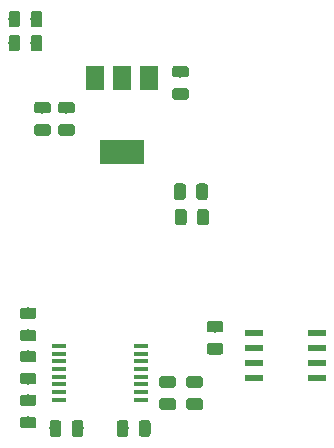
<source format=gbp>
G04 #@! TF.GenerationSoftware,KiCad,Pcbnew,5.0.2-bee76a0~70~ubuntu18.04.1*
G04 #@! TF.CreationDate,2019-03-24T18:51:09+10:00*
G04 #@! TF.ProjectId,esp32_rs232_adapter,65737033-325f-4727-9332-33325f616461,rev?*
G04 #@! TF.SameCoordinates,Original*
G04 #@! TF.FileFunction,Paste,Bot*
G04 #@! TF.FilePolarity,Positive*
%FSLAX46Y46*%
G04 Gerber Fmt 4.6, Leading zero omitted, Abs format (unit mm)*
G04 Created by KiCad (PCBNEW 5.0.2-bee76a0~70~ubuntu18.04.1) date Sun 24 Mar 2019 18:51:09 AEST*
%MOMM*%
%LPD*%
G01*
G04 APERTURE LIST*
%ADD10C,0.100000*%
%ADD11C,0.975000*%
%ADD12R,1.200000X0.400000*%
%ADD13R,3.800000X2.000000*%
%ADD14R,1.500000X2.000000*%
%ADD15R,1.550000X0.600000*%
G04 APERTURE END LIST*
D10*
G04 #@! TO.C,C1*
G36*
X146982642Y-87058174D02*
X147006303Y-87061684D01*
X147029507Y-87067496D01*
X147052029Y-87075554D01*
X147073653Y-87085782D01*
X147094170Y-87098079D01*
X147113383Y-87112329D01*
X147131107Y-87128393D01*
X147147171Y-87146117D01*
X147161421Y-87165330D01*
X147173718Y-87185847D01*
X147183946Y-87207471D01*
X147192004Y-87229993D01*
X147197816Y-87253197D01*
X147201326Y-87276858D01*
X147202500Y-87300750D01*
X147202500Y-88213250D01*
X147201326Y-88237142D01*
X147197816Y-88260803D01*
X147192004Y-88284007D01*
X147183946Y-88306529D01*
X147173718Y-88328153D01*
X147161421Y-88348670D01*
X147147171Y-88367883D01*
X147131107Y-88385607D01*
X147113383Y-88401671D01*
X147094170Y-88415921D01*
X147073653Y-88428218D01*
X147052029Y-88438446D01*
X147029507Y-88446504D01*
X147006303Y-88452316D01*
X146982642Y-88455826D01*
X146958750Y-88457000D01*
X146471250Y-88457000D01*
X146447358Y-88455826D01*
X146423697Y-88452316D01*
X146400493Y-88446504D01*
X146377971Y-88438446D01*
X146356347Y-88428218D01*
X146335830Y-88415921D01*
X146316617Y-88401671D01*
X146298893Y-88385607D01*
X146282829Y-88367883D01*
X146268579Y-88348670D01*
X146256282Y-88328153D01*
X146246054Y-88306529D01*
X146237996Y-88284007D01*
X146232184Y-88260803D01*
X146228674Y-88237142D01*
X146227500Y-88213250D01*
X146227500Y-87300750D01*
X146228674Y-87276858D01*
X146232184Y-87253197D01*
X146237996Y-87229993D01*
X146246054Y-87207471D01*
X146256282Y-87185847D01*
X146268579Y-87165330D01*
X146282829Y-87146117D01*
X146298893Y-87128393D01*
X146316617Y-87112329D01*
X146335830Y-87098079D01*
X146356347Y-87085782D01*
X146377971Y-87075554D01*
X146400493Y-87067496D01*
X146423697Y-87061684D01*
X146447358Y-87058174D01*
X146471250Y-87057000D01*
X146958750Y-87057000D01*
X146982642Y-87058174D01*
X146982642Y-87058174D01*
G37*
D11*
X146715000Y-87757000D03*
D10*
G36*
X148857642Y-87058174D02*
X148881303Y-87061684D01*
X148904507Y-87067496D01*
X148927029Y-87075554D01*
X148948653Y-87085782D01*
X148969170Y-87098079D01*
X148988383Y-87112329D01*
X149006107Y-87128393D01*
X149022171Y-87146117D01*
X149036421Y-87165330D01*
X149048718Y-87185847D01*
X149058946Y-87207471D01*
X149067004Y-87229993D01*
X149072816Y-87253197D01*
X149076326Y-87276858D01*
X149077500Y-87300750D01*
X149077500Y-88213250D01*
X149076326Y-88237142D01*
X149072816Y-88260803D01*
X149067004Y-88284007D01*
X149058946Y-88306529D01*
X149048718Y-88328153D01*
X149036421Y-88348670D01*
X149022171Y-88367883D01*
X149006107Y-88385607D01*
X148988383Y-88401671D01*
X148969170Y-88415921D01*
X148948653Y-88428218D01*
X148927029Y-88438446D01*
X148904507Y-88446504D01*
X148881303Y-88452316D01*
X148857642Y-88455826D01*
X148833750Y-88457000D01*
X148346250Y-88457000D01*
X148322358Y-88455826D01*
X148298697Y-88452316D01*
X148275493Y-88446504D01*
X148252971Y-88438446D01*
X148231347Y-88428218D01*
X148210830Y-88415921D01*
X148191617Y-88401671D01*
X148173893Y-88385607D01*
X148157829Y-88367883D01*
X148143579Y-88348670D01*
X148131282Y-88328153D01*
X148121054Y-88306529D01*
X148112996Y-88284007D01*
X148107184Y-88260803D01*
X148103674Y-88237142D01*
X148102500Y-88213250D01*
X148102500Y-87300750D01*
X148103674Y-87276858D01*
X148107184Y-87253197D01*
X148112996Y-87229993D01*
X148121054Y-87207471D01*
X148131282Y-87185847D01*
X148143579Y-87165330D01*
X148157829Y-87146117D01*
X148173893Y-87128393D01*
X148191617Y-87112329D01*
X148210830Y-87098079D01*
X148231347Y-87085782D01*
X148252971Y-87075554D01*
X148275493Y-87067496D01*
X148298697Y-87061684D01*
X148322358Y-87058174D01*
X148346250Y-87057000D01*
X148833750Y-87057000D01*
X148857642Y-87058174D01*
X148857642Y-87058174D01*
G37*
D11*
X148590000Y-87757000D03*
G04 #@! TD*
D10*
G04 #@! TO.C,C2*
G36*
X150467231Y-121710773D02*
X150490892Y-121714283D01*
X150514096Y-121720095D01*
X150536618Y-121728153D01*
X150558242Y-121738381D01*
X150578759Y-121750678D01*
X150597972Y-121764928D01*
X150615696Y-121780992D01*
X150631760Y-121798716D01*
X150646010Y-121817929D01*
X150658307Y-121838446D01*
X150668535Y-121860070D01*
X150676593Y-121882592D01*
X150682405Y-121905796D01*
X150685915Y-121929457D01*
X150687089Y-121953349D01*
X150687089Y-122865849D01*
X150685915Y-122889741D01*
X150682405Y-122913402D01*
X150676593Y-122936606D01*
X150668535Y-122959128D01*
X150658307Y-122980752D01*
X150646010Y-123001269D01*
X150631760Y-123020482D01*
X150615696Y-123038206D01*
X150597972Y-123054270D01*
X150578759Y-123068520D01*
X150558242Y-123080817D01*
X150536618Y-123091045D01*
X150514096Y-123099103D01*
X150490892Y-123104915D01*
X150467231Y-123108425D01*
X150443339Y-123109599D01*
X149955839Y-123109599D01*
X149931947Y-123108425D01*
X149908286Y-123104915D01*
X149885082Y-123099103D01*
X149862560Y-123091045D01*
X149840936Y-123080817D01*
X149820419Y-123068520D01*
X149801206Y-123054270D01*
X149783482Y-123038206D01*
X149767418Y-123020482D01*
X149753168Y-123001269D01*
X149740871Y-122980752D01*
X149730643Y-122959128D01*
X149722585Y-122936606D01*
X149716773Y-122913402D01*
X149713263Y-122889741D01*
X149712089Y-122865849D01*
X149712089Y-121953349D01*
X149713263Y-121929457D01*
X149716773Y-121905796D01*
X149722585Y-121882592D01*
X149730643Y-121860070D01*
X149740871Y-121838446D01*
X149753168Y-121817929D01*
X149767418Y-121798716D01*
X149783482Y-121780992D01*
X149801206Y-121764928D01*
X149820419Y-121750678D01*
X149840936Y-121738381D01*
X149862560Y-121728153D01*
X149885082Y-121720095D01*
X149908286Y-121714283D01*
X149931947Y-121710773D01*
X149955839Y-121709599D01*
X150443339Y-121709599D01*
X150467231Y-121710773D01*
X150467231Y-121710773D01*
G37*
D11*
X150199589Y-122409599D03*
D10*
G36*
X152342231Y-121710773D02*
X152365892Y-121714283D01*
X152389096Y-121720095D01*
X152411618Y-121728153D01*
X152433242Y-121738381D01*
X152453759Y-121750678D01*
X152472972Y-121764928D01*
X152490696Y-121780992D01*
X152506760Y-121798716D01*
X152521010Y-121817929D01*
X152533307Y-121838446D01*
X152543535Y-121860070D01*
X152551593Y-121882592D01*
X152557405Y-121905796D01*
X152560915Y-121929457D01*
X152562089Y-121953349D01*
X152562089Y-122865849D01*
X152560915Y-122889741D01*
X152557405Y-122913402D01*
X152551593Y-122936606D01*
X152543535Y-122959128D01*
X152533307Y-122980752D01*
X152521010Y-123001269D01*
X152506760Y-123020482D01*
X152490696Y-123038206D01*
X152472972Y-123054270D01*
X152453759Y-123068520D01*
X152433242Y-123080817D01*
X152411618Y-123091045D01*
X152389096Y-123099103D01*
X152365892Y-123104915D01*
X152342231Y-123108425D01*
X152318339Y-123109599D01*
X151830839Y-123109599D01*
X151806947Y-123108425D01*
X151783286Y-123104915D01*
X151760082Y-123099103D01*
X151737560Y-123091045D01*
X151715936Y-123080817D01*
X151695419Y-123068520D01*
X151676206Y-123054270D01*
X151658482Y-123038206D01*
X151642418Y-123020482D01*
X151628168Y-123001269D01*
X151615871Y-122980752D01*
X151605643Y-122959128D01*
X151597585Y-122936606D01*
X151591773Y-122913402D01*
X151588263Y-122889741D01*
X151587089Y-122865849D01*
X151587089Y-121953349D01*
X151588263Y-121929457D01*
X151591773Y-121905796D01*
X151597585Y-121882592D01*
X151605643Y-121860070D01*
X151615871Y-121838446D01*
X151628168Y-121817929D01*
X151642418Y-121798716D01*
X151658482Y-121780992D01*
X151676206Y-121764928D01*
X151695419Y-121750678D01*
X151715936Y-121738381D01*
X151737560Y-121728153D01*
X151760082Y-121720095D01*
X151783286Y-121714283D01*
X151806947Y-121710773D01*
X151830839Y-121709599D01*
X152318339Y-121709599D01*
X152342231Y-121710773D01*
X152342231Y-121710773D01*
G37*
D11*
X152074589Y-122409599D03*
G04 #@! TD*
D10*
G04 #@! TO.C,C3*
G36*
X158027231Y-121710773D02*
X158050892Y-121714283D01*
X158074096Y-121720095D01*
X158096618Y-121728153D01*
X158118242Y-121738381D01*
X158138759Y-121750678D01*
X158157972Y-121764928D01*
X158175696Y-121780992D01*
X158191760Y-121798716D01*
X158206010Y-121817929D01*
X158218307Y-121838446D01*
X158228535Y-121860070D01*
X158236593Y-121882592D01*
X158242405Y-121905796D01*
X158245915Y-121929457D01*
X158247089Y-121953349D01*
X158247089Y-122865849D01*
X158245915Y-122889741D01*
X158242405Y-122913402D01*
X158236593Y-122936606D01*
X158228535Y-122959128D01*
X158218307Y-122980752D01*
X158206010Y-123001269D01*
X158191760Y-123020482D01*
X158175696Y-123038206D01*
X158157972Y-123054270D01*
X158138759Y-123068520D01*
X158118242Y-123080817D01*
X158096618Y-123091045D01*
X158074096Y-123099103D01*
X158050892Y-123104915D01*
X158027231Y-123108425D01*
X158003339Y-123109599D01*
X157515839Y-123109599D01*
X157491947Y-123108425D01*
X157468286Y-123104915D01*
X157445082Y-123099103D01*
X157422560Y-123091045D01*
X157400936Y-123080817D01*
X157380419Y-123068520D01*
X157361206Y-123054270D01*
X157343482Y-123038206D01*
X157327418Y-123020482D01*
X157313168Y-123001269D01*
X157300871Y-122980752D01*
X157290643Y-122959128D01*
X157282585Y-122936606D01*
X157276773Y-122913402D01*
X157273263Y-122889741D01*
X157272089Y-122865849D01*
X157272089Y-121953349D01*
X157273263Y-121929457D01*
X157276773Y-121905796D01*
X157282585Y-121882592D01*
X157290643Y-121860070D01*
X157300871Y-121838446D01*
X157313168Y-121817929D01*
X157327418Y-121798716D01*
X157343482Y-121780992D01*
X157361206Y-121764928D01*
X157380419Y-121750678D01*
X157400936Y-121738381D01*
X157422560Y-121728153D01*
X157445082Y-121720095D01*
X157468286Y-121714283D01*
X157491947Y-121710773D01*
X157515839Y-121709599D01*
X158003339Y-121709599D01*
X158027231Y-121710773D01*
X158027231Y-121710773D01*
G37*
D11*
X157759589Y-122409599D03*
D10*
G36*
X156152231Y-121710773D02*
X156175892Y-121714283D01*
X156199096Y-121720095D01*
X156221618Y-121728153D01*
X156243242Y-121738381D01*
X156263759Y-121750678D01*
X156282972Y-121764928D01*
X156300696Y-121780992D01*
X156316760Y-121798716D01*
X156331010Y-121817929D01*
X156343307Y-121838446D01*
X156353535Y-121860070D01*
X156361593Y-121882592D01*
X156367405Y-121905796D01*
X156370915Y-121929457D01*
X156372089Y-121953349D01*
X156372089Y-122865849D01*
X156370915Y-122889741D01*
X156367405Y-122913402D01*
X156361593Y-122936606D01*
X156353535Y-122959128D01*
X156343307Y-122980752D01*
X156331010Y-123001269D01*
X156316760Y-123020482D01*
X156300696Y-123038206D01*
X156282972Y-123054270D01*
X156263759Y-123068520D01*
X156243242Y-123080817D01*
X156221618Y-123091045D01*
X156199096Y-123099103D01*
X156175892Y-123104915D01*
X156152231Y-123108425D01*
X156128339Y-123109599D01*
X155640839Y-123109599D01*
X155616947Y-123108425D01*
X155593286Y-123104915D01*
X155570082Y-123099103D01*
X155547560Y-123091045D01*
X155525936Y-123080817D01*
X155505419Y-123068520D01*
X155486206Y-123054270D01*
X155468482Y-123038206D01*
X155452418Y-123020482D01*
X155438168Y-123001269D01*
X155425871Y-122980752D01*
X155415643Y-122959128D01*
X155407585Y-122936606D01*
X155401773Y-122913402D01*
X155398263Y-122889741D01*
X155397089Y-122865849D01*
X155397089Y-121953349D01*
X155398263Y-121929457D01*
X155401773Y-121905796D01*
X155407585Y-121882592D01*
X155415643Y-121860070D01*
X155425871Y-121838446D01*
X155438168Y-121817929D01*
X155452418Y-121798716D01*
X155468482Y-121780992D01*
X155486206Y-121764928D01*
X155505419Y-121750678D01*
X155525936Y-121738381D01*
X155547560Y-121728153D01*
X155570082Y-121720095D01*
X155593286Y-121714283D01*
X155616947Y-121710773D01*
X155640839Y-121709599D01*
X156128339Y-121709599D01*
X156152231Y-121710773D01*
X156152231Y-121710773D01*
G37*
D11*
X155884589Y-122409599D03*
G04 #@! TD*
D10*
G04 #@! TO.C,C4*
G36*
X148363731Y-115827273D02*
X148387392Y-115830783D01*
X148410596Y-115836595D01*
X148433118Y-115844653D01*
X148454742Y-115854881D01*
X148475259Y-115867178D01*
X148494472Y-115881428D01*
X148512196Y-115897492D01*
X148528260Y-115915216D01*
X148542510Y-115934429D01*
X148554807Y-115954946D01*
X148565035Y-115976570D01*
X148573093Y-115999092D01*
X148578905Y-116022296D01*
X148582415Y-116045957D01*
X148583589Y-116069849D01*
X148583589Y-116557349D01*
X148582415Y-116581241D01*
X148578905Y-116604902D01*
X148573093Y-116628106D01*
X148565035Y-116650628D01*
X148554807Y-116672252D01*
X148542510Y-116692769D01*
X148528260Y-116711982D01*
X148512196Y-116729706D01*
X148494472Y-116745770D01*
X148475259Y-116760020D01*
X148454742Y-116772317D01*
X148433118Y-116782545D01*
X148410596Y-116790603D01*
X148387392Y-116796415D01*
X148363731Y-116799925D01*
X148339839Y-116801099D01*
X147427339Y-116801099D01*
X147403447Y-116799925D01*
X147379786Y-116796415D01*
X147356582Y-116790603D01*
X147334060Y-116782545D01*
X147312436Y-116772317D01*
X147291919Y-116760020D01*
X147272706Y-116745770D01*
X147254982Y-116729706D01*
X147238918Y-116711982D01*
X147224668Y-116692769D01*
X147212371Y-116672252D01*
X147202143Y-116650628D01*
X147194085Y-116628106D01*
X147188273Y-116604902D01*
X147184763Y-116581241D01*
X147183589Y-116557349D01*
X147183589Y-116069849D01*
X147184763Y-116045957D01*
X147188273Y-116022296D01*
X147194085Y-115999092D01*
X147202143Y-115976570D01*
X147212371Y-115954946D01*
X147224668Y-115934429D01*
X147238918Y-115915216D01*
X147254982Y-115897492D01*
X147272706Y-115881428D01*
X147291919Y-115867178D01*
X147312436Y-115854881D01*
X147334060Y-115844653D01*
X147356582Y-115836595D01*
X147379786Y-115830783D01*
X147403447Y-115827273D01*
X147427339Y-115826099D01*
X148339839Y-115826099D01*
X148363731Y-115827273D01*
X148363731Y-115827273D01*
G37*
D11*
X147883589Y-116313599D03*
D10*
G36*
X148363731Y-117702273D02*
X148387392Y-117705783D01*
X148410596Y-117711595D01*
X148433118Y-117719653D01*
X148454742Y-117729881D01*
X148475259Y-117742178D01*
X148494472Y-117756428D01*
X148512196Y-117772492D01*
X148528260Y-117790216D01*
X148542510Y-117809429D01*
X148554807Y-117829946D01*
X148565035Y-117851570D01*
X148573093Y-117874092D01*
X148578905Y-117897296D01*
X148582415Y-117920957D01*
X148583589Y-117944849D01*
X148583589Y-118432349D01*
X148582415Y-118456241D01*
X148578905Y-118479902D01*
X148573093Y-118503106D01*
X148565035Y-118525628D01*
X148554807Y-118547252D01*
X148542510Y-118567769D01*
X148528260Y-118586982D01*
X148512196Y-118604706D01*
X148494472Y-118620770D01*
X148475259Y-118635020D01*
X148454742Y-118647317D01*
X148433118Y-118657545D01*
X148410596Y-118665603D01*
X148387392Y-118671415D01*
X148363731Y-118674925D01*
X148339839Y-118676099D01*
X147427339Y-118676099D01*
X147403447Y-118674925D01*
X147379786Y-118671415D01*
X147356582Y-118665603D01*
X147334060Y-118657545D01*
X147312436Y-118647317D01*
X147291919Y-118635020D01*
X147272706Y-118620770D01*
X147254982Y-118604706D01*
X147238918Y-118586982D01*
X147224668Y-118567769D01*
X147212371Y-118547252D01*
X147202143Y-118525628D01*
X147194085Y-118503106D01*
X147188273Y-118479902D01*
X147184763Y-118456241D01*
X147183589Y-118432349D01*
X147183589Y-117944849D01*
X147184763Y-117920957D01*
X147188273Y-117897296D01*
X147194085Y-117874092D01*
X147202143Y-117851570D01*
X147212371Y-117829946D01*
X147224668Y-117809429D01*
X147238918Y-117790216D01*
X147254982Y-117772492D01*
X147272706Y-117756428D01*
X147291919Y-117742178D01*
X147312436Y-117729881D01*
X147334060Y-117719653D01*
X147356582Y-117711595D01*
X147379786Y-117705783D01*
X147403447Y-117702273D01*
X147427339Y-117701099D01*
X148339839Y-117701099D01*
X148363731Y-117702273D01*
X148363731Y-117702273D01*
G37*
D11*
X147883589Y-118188599D03*
G04 #@! TD*
D10*
G04 #@! TO.C,C5*
G36*
X148363731Y-121415273D02*
X148387392Y-121418783D01*
X148410596Y-121424595D01*
X148433118Y-121432653D01*
X148454742Y-121442881D01*
X148475259Y-121455178D01*
X148494472Y-121469428D01*
X148512196Y-121485492D01*
X148528260Y-121503216D01*
X148542510Y-121522429D01*
X148554807Y-121542946D01*
X148565035Y-121564570D01*
X148573093Y-121587092D01*
X148578905Y-121610296D01*
X148582415Y-121633957D01*
X148583589Y-121657849D01*
X148583589Y-122145349D01*
X148582415Y-122169241D01*
X148578905Y-122192902D01*
X148573093Y-122216106D01*
X148565035Y-122238628D01*
X148554807Y-122260252D01*
X148542510Y-122280769D01*
X148528260Y-122299982D01*
X148512196Y-122317706D01*
X148494472Y-122333770D01*
X148475259Y-122348020D01*
X148454742Y-122360317D01*
X148433118Y-122370545D01*
X148410596Y-122378603D01*
X148387392Y-122384415D01*
X148363731Y-122387925D01*
X148339839Y-122389099D01*
X147427339Y-122389099D01*
X147403447Y-122387925D01*
X147379786Y-122384415D01*
X147356582Y-122378603D01*
X147334060Y-122370545D01*
X147312436Y-122360317D01*
X147291919Y-122348020D01*
X147272706Y-122333770D01*
X147254982Y-122317706D01*
X147238918Y-122299982D01*
X147224668Y-122280769D01*
X147212371Y-122260252D01*
X147202143Y-122238628D01*
X147194085Y-122216106D01*
X147188273Y-122192902D01*
X147184763Y-122169241D01*
X147183589Y-122145349D01*
X147183589Y-121657849D01*
X147184763Y-121633957D01*
X147188273Y-121610296D01*
X147194085Y-121587092D01*
X147202143Y-121564570D01*
X147212371Y-121542946D01*
X147224668Y-121522429D01*
X147238918Y-121503216D01*
X147254982Y-121485492D01*
X147272706Y-121469428D01*
X147291919Y-121455178D01*
X147312436Y-121442881D01*
X147334060Y-121432653D01*
X147356582Y-121424595D01*
X147379786Y-121418783D01*
X147403447Y-121415273D01*
X147427339Y-121414099D01*
X148339839Y-121414099D01*
X148363731Y-121415273D01*
X148363731Y-121415273D01*
G37*
D11*
X147883589Y-121901599D03*
D10*
G36*
X148363731Y-119540273D02*
X148387392Y-119543783D01*
X148410596Y-119549595D01*
X148433118Y-119557653D01*
X148454742Y-119567881D01*
X148475259Y-119580178D01*
X148494472Y-119594428D01*
X148512196Y-119610492D01*
X148528260Y-119628216D01*
X148542510Y-119647429D01*
X148554807Y-119667946D01*
X148565035Y-119689570D01*
X148573093Y-119712092D01*
X148578905Y-119735296D01*
X148582415Y-119758957D01*
X148583589Y-119782849D01*
X148583589Y-120270349D01*
X148582415Y-120294241D01*
X148578905Y-120317902D01*
X148573093Y-120341106D01*
X148565035Y-120363628D01*
X148554807Y-120385252D01*
X148542510Y-120405769D01*
X148528260Y-120424982D01*
X148512196Y-120442706D01*
X148494472Y-120458770D01*
X148475259Y-120473020D01*
X148454742Y-120485317D01*
X148433118Y-120495545D01*
X148410596Y-120503603D01*
X148387392Y-120509415D01*
X148363731Y-120512925D01*
X148339839Y-120514099D01*
X147427339Y-120514099D01*
X147403447Y-120512925D01*
X147379786Y-120509415D01*
X147356582Y-120503603D01*
X147334060Y-120495545D01*
X147312436Y-120485317D01*
X147291919Y-120473020D01*
X147272706Y-120458770D01*
X147254982Y-120442706D01*
X147238918Y-120424982D01*
X147224668Y-120405769D01*
X147212371Y-120385252D01*
X147202143Y-120363628D01*
X147194085Y-120341106D01*
X147188273Y-120317902D01*
X147184763Y-120294241D01*
X147183589Y-120270349D01*
X147183589Y-119782849D01*
X147184763Y-119758957D01*
X147188273Y-119735296D01*
X147194085Y-119712092D01*
X147202143Y-119689570D01*
X147212371Y-119667946D01*
X147224668Y-119647429D01*
X147238918Y-119628216D01*
X147254982Y-119610492D01*
X147272706Y-119594428D01*
X147291919Y-119580178D01*
X147312436Y-119567881D01*
X147334060Y-119557653D01*
X147356582Y-119549595D01*
X147379786Y-119543783D01*
X147403447Y-119540273D01*
X147427339Y-119539099D01*
X148339839Y-119539099D01*
X148363731Y-119540273D01*
X148363731Y-119540273D01*
G37*
D11*
X147883589Y-120026599D03*
G04 #@! TD*
D10*
G04 #@! TO.C,C6*
G36*
X148363731Y-114049273D02*
X148387392Y-114052783D01*
X148410596Y-114058595D01*
X148433118Y-114066653D01*
X148454742Y-114076881D01*
X148475259Y-114089178D01*
X148494472Y-114103428D01*
X148512196Y-114119492D01*
X148528260Y-114137216D01*
X148542510Y-114156429D01*
X148554807Y-114176946D01*
X148565035Y-114198570D01*
X148573093Y-114221092D01*
X148578905Y-114244296D01*
X148582415Y-114267957D01*
X148583589Y-114291849D01*
X148583589Y-114779349D01*
X148582415Y-114803241D01*
X148578905Y-114826902D01*
X148573093Y-114850106D01*
X148565035Y-114872628D01*
X148554807Y-114894252D01*
X148542510Y-114914769D01*
X148528260Y-114933982D01*
X148512196Y-114951706D01*
X148494472Y-114967770D01*
X148475259Y-114982020D01*
X148454742Y-114994317D01*
X148433118Y-115004545D01*
X148410596Y-115012603D01*
X148387392Y-115018415D01*
X148363731Y-115021925D01*
X148339839Y-115023099D01*
X147427339Y-115023099D01*
X147403447Y-115021925D01*
X147379786Y-115018415D01*
X147356582Y-115012603D01*
X147334060Y-115004545D01*
X147312436Y-114994317D01*
X147291919Y-114982020D01*
X147272706Y-114967770D01*
X147254982Y-114951706D01*
X147238918Y-114933982D01*
X147224668Y-114914769D01*
X147212371Y-114894252D01*
X147202143Y-114872628D01*
X147194085Y-114850106D01*
X147188273Y-114826902D01*
X147184763Y-114803241D01*
X147183589Y-114779349D01*
X147183589Y-114291849D01*
X147184763Y-114267957D01*
X147188273Y-114244296D01*
X147194085Y-114221092D01*
X147202143Y-114198570D01*
X147212371Y-114176946D01*
X147224668Y-114156429D01*
X147238918Y-114137216D01*
X147254982Y-114119492D01*
X147272706Y-114103428D01*
X147291919Y-114089178D01*
X147312436Y-114076881D01*
X147334060Y-114066653D01*
X147356582Y-114058595D01*
X147379786Y-114052783D01*
X147403447Y-114049273D01*
X147427339Y-114048099D01*
X148339839Y-114048099D01*
X148363731Y-114049273D01*
X148363731Y-114049273D01*
G37*
D11*
X147883589Y-114535599D03*
D10*
G36*
X148363731Y-112174273D02*
X148387392Y-112177783D01*
X148410596Y-112183595D01*
X148433118Y-112191653D01*
X148454742Y-112201881D01*
X148475259Y-112214178D01*
X148494472Y-112228428D01*
X148512196Y-112244492D01*
X148528260Y-112262216D01*
X148542510Y-112281429D01*
X148554807Y-112301946D01*
X148565035Y-112323570D01*
X148573093Y-112346092D01*
X148578905Y-112369296D01*
X148582415Y-112392957D01*
X148583589Y-112416849D01*
X148583589Y-112904349D01*
X148582415Y-112928241D01*
X148578905Y-112951902D01*
X148573093Y-112975106D01*
X148565035Y-112997628D01*
X148554807Y-113019252D01*
X148542510Y-113039769D01*
X148528260Y-113058982D01*
X148512196Y-113076706D01*
X148494472Y-113092770D01*
X148475259Y-113107020D01*
X148454742Y-113119317D01*
X148433118Y-113129545D01*
X148410596Y-113137603D01*
X148387392Y-113143415D01*
X148363731Y-113146925D01*
X148339839Y-113148099D01*
X147427339Y-113148099D01*
X147403447Y-113146925D01*
X147379786Y-113143415D01*
X147356582Y-113137603D01*
X147334060Y-113129545D01*
X147312436Y-113119317D01*
X147291919Y-113107020D01*
X147272706Y-113092770D01*
X147254982Y-113076706D01*
X147238918Y-113058982D01*
X147224668Y-113039769D01*
X147212371Y-113019252D01*
X147202143Y-112997628D01*
X147194085Y-112975106D01*
X147188273Y-112951902D01*
X147184763Y-112928241D01*
X147183589Y-112904349D01*
X147183589Y-112416849D01*
X147184763Y-112392957D01*
X147188273Y-112369296D01*
X147194085Y-112346092D01*
X147202143Y-112323570D01*
X147212371Y-112301946D01*
X147224668Y-112281429D01*
X147238918Y-112262216D01*
X147254982Y-112244492D01*
X147272706Y-112228428D01*
X147291919Y-112214178D01*
X147312436Y-112201881D01*
X147334060Y-112191653D01*
X147356582Y-112183595D01*
X147379786Y-112177783D01*
X147403447Y-112174273D01*
X147427339Y-112173099D01*
X148339839Y-112173099D01*
X148363731Y-112174273D01*
X148363731Y-112174273D01*
G37*
D11*
X147883589Y-112660599D03*
G04 #@! TD*
D10*
G04 #@! TO.C,C9*
G36*
X161262142Y-91715674D02*
X161285803Y-91719184D01*
X161309007Y-91724996D01*
X161331529Y-91733054D01*
X161353153Y-91743282D01*
X161373670Y-91755579D01*
X161392883Y-91769829D01*
X161410607Y-91785893D01*
X161426671Y-91803617D01*
X161440921Y-91822830D01*
X161453218Y-91843347D01*
X161463446Y-91864971D01*
X161471504Y-91887493D01*
X161477316Y-91910697D01*
X161480826Y-91934358D01*
X161482000Y-91958250D01*
X161482000Y-92445750D01*
X161480826Y-92469642D01*
X161477316Y-92493303D01*
X161471504Y-92516507D01*
X161463446Y-92539029D01*
X161453218Y-92560653D01*
X161440921Y-92581170D01*
X161426671Y-92600383D01*
X161410607Y-92618107D01*
X161392883Y-92634171D01*
X161373670Y-92648421D01*
X161353153Y-92660718D01*
X161331529Y-92670946D01*
X161309007Y-92679004D01*
X161285803Y-92684816D01*
X161262142Y-92688326D01*
X161238250Y-92689500D01*
X160325750Y-92689500D01*
X160301858Y-92688326D01*
X160278197Y-92684816D01*
X160254993Y-92679004D01*
X160232471Y-92670946D01*
X160210847Y-92660718D01*
X160190330Y-92648421D01*
X160171117Y-92634171D01*
X160153393Y-92618107D01*
X160137329Y-92600383D01*
X160123079Y-92581170D01*
X160110782Y-92560653D01*
X160100554Y-92539029D01*
X160092496Y-92516507D01*
X160086684Y-92493303D01*
X160083174Y-92469642D01*
X160082000Y-92445750D01*
X160082000Y-91958250D01*
X160083174Y-91934358D01*
X160086684Y-91910697D01*
X160092496Y-91887493D01*
X160100554Y-91864971D01*
X160110782Y-91843347D01*
X160123079Y-91822830D01*
X160137329Y-91803617D01*
X160153393Y-91785893D01*
X160171117Y-91769829D01*
X160190330Y-91755579D01*
X160210847Y-91743282D01*
X160232471Y-91733054D01*
X160254993Y-91724996D01*
X160278197Y-91719184D01*
X160301858Y-91715674D01*
X160325750Y-91714500D01*
X161238250Y-91714500D01*
X161262142Y-91715674D01*
X161262142Y-91715674D01*
G37*
D11*
X160782000Y-92202000D03*
D10*
G36*
X161262142Y-93590674D02*
X161285803Y-93594184D01*
X161309007Y-93599996D01*
X161331529Y-93608054D01*
X161353153Y-93618282D01*
X161373670Y-93630579D01*
X161392883Y-93644829D01*
X161410607Y-93660893D01*
X161426671Y-93678617D01*
X161440921Y-93697830D01*
X161453218Y-93718347D01*
X161463446Y-93739971D01*
X161471504Y-93762493D01*
X161477316Y-93785697D01*
X161480826Y-93809358D01*
X161482000Y-93833250D01*
X161482000Y-94320750D01*
X161480826Y-94344642D01*
X161477316Y-94368303D01*
X161471504Y-94391507D01*
X161463446Y-94414029D01*
X161453218Y-94435653D01*
X161440921Y-94456170D01*
X161426671Y-94475383D01*
X161410607Y-94493107D01*
X161392883Y-94509171D01*
X161373670Y-94523421D01*
X161353153Y-94535718D01*
X161331529Y-94545946D01*
X161309007Y-94554004D01*
X161285803Y-94559816D01*
X161262142Y-94563326D01*
X161238250Y-94564500D01*
X160325750Y-94564500D01*
X160301858Y-94563326D01*
X160278197Y-94559816D01*
X160254993Y-94554004D01*
X160232471Y-94545946D01*
X160210847Y-94535718D01*
X160190330Y-94523421D01*
X160171117Y-94509171D01*
X160153393Y-94493107D01*
X160137329Y-94475383D01*
X160123079Y-94456170D01*
X160110782Y-94435653D01*
X160100554Y-94414029D01*
X160092496Y-94391507D01*
X160086684Y-94368303D01*
X160083174Y-94344642D01*
X160082000Y-94320750D01*
X160082000Y-93833250D01*
X160083174Y-93809358D01*
X160086684Y-93785697D01*
X160092496Y-93762493D01*
X160100554Y-93739971D01*
X160110782Y-93718347D01*
X160123079Y-93697830D01*
X160137329Y-93678617D01*
X160153393Y-93660893D01*
X160171117Y-93644829D01*
X160190330Y-93630579D01*
X160210847Y-93618282D01*
X160232471Y-93608054D01*
X160254993Y-93599996D01*
X160278197Y-93594184D01*
X160301858Y-93590674D01*
X160325750Y-93589500D01*
X161238250Y-93589500D01*
X161262142Y-93590674D01*
X161262142Y-93590674D01*
G37*
D11*
X160782000Y-94077000D03*
G04 #@! TD*
D10*
G04 #@! TO.C,C10*
G36*
X149578142Y-96638674D02*
X149601803Y-96642184D01*
X149625007Y-96647996D01*
X149647529Y-96656054D01*
X149669153Y-96666282D01*
X149689670Y-96678579D01*
X149708883Y-96692829D01*
X149726607Y-96708893D01*
X149742671Y-96726617D01*
X149756921Y-96745830D01*
X149769218Y-96766347D01*
X149779446Y-96787971D01*
X149787504Y-96810493D01*
X149793316Y-96833697D01*
X149796826Y-96857358D01*
X149798000Y-96881250D01*
X149798000Y-97368750D01*
X149796826Y-97392642D01*
X149793316Y-97416303D01*
X149787504Y-97439507D01*
X149779446Y-97462029D01*
X149769218Y-97483653D01*
X149756921Y-97504170D01*
X149742671Y-97523383D01*
X149726607Y-97541107D01*
X149708883Y-97557171D01*
X149689670Y-97571421D01*
X149669153Y-97583718D01*
X149647529Y-97593946D01*
X149625007Y-97602004D01*
X149601803Y-97607816D01*
X149578142Y-97611326D01*
X149554250Y-97612500D01*
X148641750Y-97612500D01*
X148617858Y-97611326D01*
X148594197Y-97607816D01*
X148570993Y-97602004D01*
X148548471Y-97593946D01*
X148526847Y-97583718D01*
X148506330Y-97571421D01*
X148487117Y-97557171D01*
X148469393Y-97541107D01*
X148453329Y-97523383D01*
X148439079Y-97504170D01*
X148426782Y-97483653D01*
X148416554Y-97462029D01*
X148408496Y-97439507D01*
X148402684Y-97416303D01*
X148399174Y-97392642D01*
X148398000Y-97368750D01*
X148398000Y-96881250D01*
X148399174Y-96857358D01*
X148402684Y-96833697D01*
X148408496Y-96810493D01*
X148416554Y-96787971D01*
X148426782Y-96766347D01*
X148439079Y-96745830D01*
X148453329Y-96726617D01*
X148469393Y-96708893D01*
X148487117Y-96692829D01*
X148506330Y-96678579D01*
X148526847Y-96666282D01*
X148548471Y-96656054D01*
X148570993Y-96647996D01*
X148594197Y-96642184D01*
X148617858Y-96638674D01*
X148641750Y-96637500D01*
X149554250Y-96637500D01*
X149578142Y-96638674D01*
X149578142Y-96638674D01*
G37*
D11*
X149098000Y-97125000D03*
D10*
G36*
X149578142Y-94763674D02*
X149601803Y-94767184D01*
X149625007Y-94772996D01*
X149647529Y-94781054D01*
X149669153Y-94791282D01*
X149689670Y-94803579D01*
X149708883Y-94817829D01*
X149726607Y-94833893D01*
X149742671Y-94851617D01*
X149756921Y-94870830D01*
X149769218Y-94891347D01*
X149779446Y-94912971D01*
X149787504Y-94935493D01*
X149793316Y-94958697D01*
X149796826Y-94982358D01*
X149798000Y-95006250D01*
X149798000Y-95493750D01*
X149796826Y-95517642D01*
X149793316Y-95541303D01*
X149787504Y-95564507D01*
X149779446Y-95587029D01*
X149769218Y-95608653D01*
X149756921Y-95629170D01*
X149742671Y-95648383D01*
X149726607Y-95666107D01*
X149708883Y-95682171D01*
X149689670Y-95696421D01*
X149669153Y-95708718D01*
X149647529Y-95718946D01*
X149625007Y-95727004D01*
X149601803Y-95732816D01*
X149578142Y-95736326D01*
X149554250Y-95737500D01*
X148641750Y-95737500D01*
X148617858Y-95736326D01*
X148594197Y-95732816D01*
X148570993Y-95727004D01*
X148548471Y-95718946D01*
X148526847Y-95708718D01*
X148506330Y-95696421D01*
X148487117Y-95682171D01*
X148469393Y-95666107D01*
X148453329Y-95648383D01*
X148439079Y-95629170D01*
X148426782Y-95608653D01*
X148416554Y-95587029D01*
X148408496Y-95564507D01*
X148402684Y-95541303D01*
X148399174Y-95517642D01*
X148398000Y-95493750D01*
X148398000Y-95006250D01*
X148399174Y-94982358D01*
X148402684Y-94958697D01*
X148408496Y-94935493D01*
X148416554Y-94912971D01*
X148426782Y-94891347D01*
X148439079Y-94870830D01*
X148453329Y-94851617D01*
X148469393Y-94833893D01*
X148487117Y-94817829D01*
X148506330Y-94803579D01*
X148526847Y-94791282D01*
X148548471Y-94781054D01*
X148570993Y-94772996D01*
X148594197Y-94767184D01*
X148617858Y-94763674D01*
X148641750Y-94762500D01*
X149554250Y-94762500D01*
X149578142Y-94763674D01*
X149578142Y-94763674D01*
G37*
D11*
X149098000Y-95250000D03*
G04 #@! TD*
D10*
G04 #@! TO.C,C11*
G36*
X151610142Y-94763674D02*
X151633803Y-94767184D01*
X151657007Y-94772996D01*
X151679529Y-94781054D01*
X151701153Y-94791282D01*
X151721670Y-94803579D01*
X151740883Y-94817829D01*
X151758607Y-94833893D01*
X151774671Y-94851617D01*
X151788921Y-94870830D01*
X151801218Y-94891347D01*
X151811446Y-94912971D01*
X151819504Y-94935493D01*
X151825316Y-94958697D01*
X151828826Y-94982358D01*
X151830000Y-95006250D01*
X151830000Y-95493750D01*
X151828826Y-95517642D01*
X151825316Y-95541303D01*
X151819504Y-95564507D01*
X151811446Y-95587029D01*
X151801218Y-95608653D01*
X151788921Y-95629170D01*
X151774671Y-95648383D01*
X151758607Y-95666107D01*
X151740883Y-95682171D01*
X151721670Y-95696421D01*
X151701153Y-95708718D01*
X151679529Y-95718946D01*
X151657007Y-95727004D01*
X151633803Y-95732816D01*
X151610142Y-95736326D01*
X151586250Y-95737500D01*
X150673750Y-95737500D01*
X150649858Y-95736326D01*
X150626197Y-95732816D01*
X150602993Y-95727004D01*
X150580471Y-95718946D01*
X150558847Y-95708718D01*
X150538330Y-95696421D01*
X150519117Y-95682171D01*
X150501393Y-95666107D01*
X150485329Y-95648383D01*
X150471079Y-95629170D01*
X150458782Y-95608653D01*
X150448554Y-95587029D01*
X150440496Y-95564507D01*
X150434684Y-95541303D01*
X150431174Y-95517642D01*
X150430000Y-95493750D01*
X150430000Y-95006250D01*
X150431174Y-94982358D01*
X150434684Y-94958697D01*
X150440496Y-94935493D01*
X150448554Y-94912971D01*
X150458782Y-94891347D01*
X150471079Y-94870830D01*
X150485329Y-94851617D01*
X150501393Y-94833893D01*
X150519117Y-94817829D01*
X150538330Y-94803579D01*
X150558847Y-94791282D01*
X150580471Y-94781054D01*
X150602993Y-94772996D01*
X150626197Y-94767184D01*
X150649858Y-94763674D01*
X150673750Y-94762500D01*
X151586250Y-94762500D01*
X151610142Y-94763674D01*
X151610142Y-94763674D01*
G37*
D11*
X151130000Y-95250000D03*
D10*
G36*
X151610142Y-96638674D02*
X151633803Y-96642184D01*
X151657007Y-96647996D01*
X151679529Y-96656054D01*
X151701153Y-96666282D01*
X151721670Y-96678579D01*
X151740883Y-96692829D01*
X151758607Y-96708893D01*
X151774671Y-96726617D01*
X151788921Y-96745830D01*
X151801218Y-96766347D01*
X151811446Y-96787971D01*
X151819504Y-96810493D01*
X151825316Y-96833697D01*
X151828826Y-96857358D01*
X151830000Y-96881250D01*
X151830000Y-97368750D01*
X151828826Y-97392642D01*
X151825316Y-97416303D01*
X151819504Y-97439507D01*
X151811446Y-97462029D01*
X151801218Y-97483653D01*
X151788921Y-97504170D01*
X151774671Y-97523383D01*
X151758607Y-97541107D01*
X151740883Y-97557171D01*
X151721670Y-97571421D01*
X151701153Y-97583718D01*
X151679529Y-97593946D01*
X151657007Y-97602004D01*
X151633803Y-97607816D01*
X151610142Y-97611326D01*
X151586250Y-97612500D01*
X150673750Y-97612500D01*
X150649858Y-97611326D01*
X150626197Y-97607816D01*
X150602993Y-97602004D01*
X150580471Y-97593946D01*
X150558847Y-97583718D01*
X150538330Y-97571421D01*
X150519117Y-97557171D01*
X150501393Y-97541107D01*
X150485329Y-97523383D01*
X150471079Y-97504170D01*
X150458782Y-97483653D01*
X150448554Y-97462029D01*
X150440496Y-97439507D01*
X150434684Y-97416303D01*
X150431174Y-97392642D01*
X150430000Y-97368750D01*
X150430000Y-96881250D01*
X150431174Y-96857358D01*
X150434684Y-96833697D01*
X150440496Y-96810493D01*
X150448554Y-96787971D01*
X150458782Y-96766347D01*
X150471079Y-96745830D01*
X150485329Y-96726617D01*
X150501393Y-96708893D01*
X150519117Y-96692829D01*
X150538330Y-96678579D01*
X150558847Y-96666282D01*
X150580471Y-96656054D01*
X150602993Y-96647996D01*
X150626197Y-96642184D01*
X150649858Y-96638674D01*
X150673750Y-96637500D01*
X151586250Y-96637500D01*
X151610142Y-96638674D01*
X151610142Y-96638674D01*
G37*
D11*
X151130000Y-97125000D03*
G04 #@! TD*
D10*
G04 #@! TO.C,R1*
G36*
X148857642Y-89090174D02*
X148881303Y-89093684D01*
X148904507Y-89099496D01*
X148927029Y-89107554D01*
X148948653Y-89117782D01*
X148969170Y-89130079D01*
X148988383Y-89144329D01*
X149006107Y-89160393D01*
X149022171Y-89178117D01*
X149036421Y-89197330D01*
X149048718Y-89217847D01*
X149058946Y-89239471D01*
X149067004Y-89261993D01*
X149072816Y-89285197D01*
X149076326Y-89308858D01*
X149077500Y-89332750D01*
X149077500Y-90245250D01*
X149076326Y-90269142D01*
X149072816Y-90292803D01*
X149067004Y-90316007D01*
X149058946Y-90338529D01*
X149048718Y-90360153D01*
X149036421Y-90380670D01*
X149022171Y-90399883D01*
X149006107Y-90417607D01*
X148988383Y-90433671D01*
X148969170Y-90447921D01*
X148948653Y-90460218D01*
X148927029Y-90470446D01*
X148904507Y-90478504D01*
X148881303Y-90484316D01*
X148857642Y-90487826D01*
X148833750Y-90489000D01*
X148346250Y-90489000D01*
X148322358Y-90487826D01*
X148298697Y-90484316D01*
X148275493Y-90478504D01*
X148252971Y-90470446D01*
X148231347Y-90460218D01*
X148210830Y-90447921D01*
X148191617Y-90433671D01*
X148173893Y-90417607D01*
X148157829Y-90399883D01*
X148143579Y-90380670D01*
X148131282Y-90360153D01*
X148121054Y-90338529D01*
X148112996Y-90316007D01*
X148107184Y-90292803D01*
X148103674Y-90269142D01*
X148102500Y-90245250D01*
X148102500Y-89332750D01*
X148103674Y-89308858D01*
X148107184Y-89285197D01*
X148112996Y-89261993D01*
X148121054Y-89239471D01*
X148131282Y-89217847D01*
X148143579Y-89197330D01*
X148157829Y-89178117D01*
X148173893Y-89160393D01*
X148191617Y-89144329D01*
X148210830Y-89130079D01*
X148231347Y-89117782D01*
X148252971Y-89107554D01*
X148275493Y-89099496D01*
X148298697Y-89093684D01*
X148322358Y-89090174D01*
X148346250Y-89089000D01*
X148833750Y-89089000D01*
X148857642Y-89090174D01*
X148857642Y-89090174D01*
G37*
D11*
X148590000Y-89789000D03*
D10*
G36*
X146982642Y-89090174D02*
X147006303Y-89093684D01*
X147029507Y-89099496D01*
X147052029Y-89107554D01*
X147073653Y-89117782D01*
X147094170Y-89130079D01*
X147113383Y-89144329D01*
X147131107Y-89160393D01*
X147147171Y-89178117D01*
X147161421Y-89197330D01*
X147173718Y-89217847D01*
X147183946Y-89239471D01*
X147192004Y-89261993D01*
X147197816Y-89285197D01*
X147201326Y-89308858D01*
X147202500Y-89332750D01*
X147202500Y-90245250D01*
X147201326Y-90269142D01*
X147197816Y-90292803D01*
X147192004Y-90316007D01*
X147183946Y-90338529D01*
X147173718Y-90360153D01*
X147161421Y-90380670D01*
X147147171Y-90399883D01*
X147131107Y-90417607D01*
X147113383Y-90433671D01*
X147094170Y-90447921D01*
X147073653Y-90460218D01*
X147052029Y-90470446D01*
X147029507Y-90478504D01*
X147006303Y-90484316D01*
X146982642Y-90487826D01*
X146958750Y-90489000D01*
X146471250Y-90489000D01*
X146447358Y-90487826D01*
X146423697Y-90484316D01*
X146400493Y-90478504D01*
X146377971Y-90470446D01*
X146356347Y-90460218D01*
X146335830Y-90447921D01*
X146316617Y-90433671D01*
X146298893Y-90417607D01*
X146282829Y-90399883D01*
X146268579Y-90380670D01*
X146256282Y-90360153D01*
X146246054Y-90338529D01*
X146237996Y-90316007D01*
X146232184Y-90292803D01*
X146228674Y-90269142D01*
X146227500Y-90245250D01*
X146227500Y-89332750D01*
X146228674Y-89308858D01*
X146232184Y-89285197D01*
X146237996Y-89261993D01*
X146246054Y-89239471D01*
X146256282Y-89217847D01*
X146268579Y-89197330D01*
X146282829Y-89178117D01*
X146298893Y-89160393D01*
X146316617Y-89144329D01*
X146335830Y-89130079D01*
X146356347Y-89117782D01*
X146377971Y-89107554D01*
X146400493Y-89099496D01*
X146423697Y-89093684D01*
X146447358Y-89090174D01*
X146471250Y-89089000D01*
X146958750Y-89089000D01*
X146982642Y-89090174D01*
X146982642Y-89090174D01*
G37*
D11*
X146715000Y-89789000D03*
G04 #@! TD*
D10*
G04 #@! TO.C,R2*
G36*
X162954642Y-103822174D02*
X162978303Y-103825684D01*
X163001507Y-103831496D01*
X163024029Y-103839554D01*
X163045653Y-103849782D01*
X163066170Y-103862079D01*
X163085383Y-103876329D01*
X163103107Y-103892393D01*
X163119171Y-103910117D01*
X163133421Y-103929330D01*
X163145718Y-103949847D01*
X163155946Y-103971471D01*
X163164004Y-103993993D01*
X163169816Y-104017197D01*
X163173326Y-104040858D01*
X163174500Y-104064750D01*
X163174500Y-104977250D01*
X163173326Y-105001142D01*
X163169816Y-105024803D01*
X163164004Y-105048007D01*
X163155946Y-105070529D01*
X163145718Y-105092153D01*
X163133421Y-105112670D01*
X163119171Y-105131883D01*
X163103107Y-105149607D01*
X163085383Y-105165671D01*
X163066170Y-105179921D01*
X163045653Y-105192218D01*
X163024029Y-105202446D01*
X163001507Y-105210504D01*
X162978303Y-105216316D01*
X162954642Y-105219826D01*
X162930750Y-105221000D01*
X162443250Y-105221000D01*
X162419358Y-105219826D01*
X162395697Y-105216316D01*
X162372493Y-105210504D01*
X162349971Y-105202446D01*
X162328347Y-105192218D01*
X162307830Y-105179921D01*
X162288617Y-105165671D01*
X162270893Y-105149607D01*
X162254829Y-105131883D01*
X162240579Y-105112670D01*
X162228282Y-105092153D01*
X162218054Y-105070529D01*
X162209996Y-105048007D01*
X162204184Y-105024803D01*
X162200674Y-105001142D01*
X162199500Y-104977250D01*
X162199500Y-104064750D01*
X162200674Y-104040858D01*
X162204184Y-104017197D01*
X162209996Y-103993993D01*
X162218054Y-103971471D01*
X162228282Y-103949847D01*
X162240579Y-103929330D01*
X162254829Y-103910117D01*
X162270893Y-103892393D01*
X162288617Y-103876329D01*
X162307830Y-103862079D01*
X162328347Y-103849782D01*
X162349971Y-103839554D01*
X162372493Y-103831496D01*
X162395697Y-103825684D01*
X162419358Y-103822174D01*
X162443250Y-103821000D01*
X162930750Y-103821000D01*
X162954642Y-103822174D01*
X162954642Y-103822174D01*
G37*
D11*
X162687000Y-104521000D03*
D10*
G36*
X161079642Y-103822174D02*
X161103303Y-103825684D01*
X161126507Y-103831496D01*
X161149029Y-103839554D01*
X161170653Y-103849782D01*
X161191170Y-103862079D01*
X161210383Y-103876329D01*
X161228107Y-103892393D01*
X161244171Y-103910117D01*
X161258421Y-103929330D01*
X161270718Y-103949847D01*
X161280946Y-103971471D01*
X161289004Y-103993993D01*
X161294816Y-104017197D01*
X161298326Y-104040858D01*
X161299500Y-104064750D01*
X161299500Y-104977250D01*
X161298326Y-105001142D01*
X161294816Y-105024803D01*
X161289004Y-105048007D01*
X161280946Y-105070529D01*
X161270718Y-105092153D01*
X161258421Y-105112670D01*
X161244171Y-105131883D01*
X161228107Y-105149607D01*
X161210383Y-105165671D01*
X161191170Y-105179921D01*
X161170653Y-105192218D01*
X161149029Y-105202446D01*
X161126507Y-105210504D01*
X161103303Y-105216316D01*
X161079642Y-105219826D01*
X161055750Y-105221000D01*
X160568250Y-105221000D01*
X160544358Y-105219826D01*
X160520697Y-105216316D01*
X160497493Y-105210504D01*
X160474971Y-105202446D01*
X160453347Y-105192218D01*
X160432830Y-105179921D01*
X160413617Y-105165671D01*
X160395893Y-105149607D01*
X160379829Y-105131883D01*
X160365579Y-105112670D01*
X160353282Y-105092153D01*
X160343054Y-105070529D01*
X160334996Y-105048007D01*
X160329184Y-105024803D01*
X160325674Y-105001142D01*
X160324500Y-104977250D01*
X160324500Y-104064750D01*
X160325674Y-104040858D01*
X160329184Y-104017197D01*
X160334996Y-103993993D01*
X160343054Y-103971471D01*
X160353282Y-103949847D01*
X160365579Y-103929330D01*
X160379829Y-103910117D01*
X160395893Y-103892393D01*
X160413617Y-103876329D01*
X160432830Y-103862079D01*
X160453347Y-103849782D01*
X160474971Y-103839554D01*
X160497493Y-103831496D01*
X160520697Y-103825684D01*
X160544358Y-103822174D01*
X160568250Y-103821000D01*
X161055750Y-103821000D01*
X161079642Y-103822174D01*
X161079642Y-103822174D01*
G37*
D11*
X160812000Y-104521000D03*
G04 #@! TD*
D10*
G04 #@! TO.C,R3*
G36*
X161001142Y-101663174D02*
X161024803Y-101666684D01*
X161048007Y-101672496D01*
X161070529Y-101680554D01*
X161092153Y-101690782D01*
X161112670Y-101703079D01*
X161131883Y-101717329D01*
X161149607Y-101733393D01*
X161165671Y-101751117D01*
X161179921Y-101770330D01*
X161192218Y-101790847D01*
X161202446Y-101812471D01*
X161210504Y-101834993D01*
X161216316Y-101858197D01*
X161219826Y-101881858D01*
X161221000Y-101905750D01*
X161221000Y-102818250D01*
X161219826Y-102842142D01*
X161216316Y-102865803D01*
X161210504Y-102889007D01*
X161202446Y-102911529D01*
X161192218Y-102933153D01*
X161179921Y-102953670D01*
X161165671Y-102972883D01*
X161149607Y-102990607D01*
X161131883Y-103006671D01*
X161112670Y-103020921D01*
X161092153Y-103033218D01*
X161070529Y-103043446D01*
X161048007Y-103051504D01*
X161024803Y-103057316D01*
X161001142Y-103060826D01*
X160977250Y-103062000D01*
X160489750Y-103062000D01*
X160465858Y-103060826D01*
X160442197Y-103057316D01*
X160418993Y-103051504D01*
X160396471Y-103043446D01*
X160374847Y-103033218D01*
X160354330Y-103020921D01*
X160335117Y-103006671D01*
X160317393Y-102990607D01*
X160301329Y-102972883D01*
X160287079Y-102953670D01*
X160274782Y-102933153D01*
X160264554Y-102911529D01*
X160256496Y-102889007D01*
X160250684Y-102865803D01*
X160247174Y-102842142D01*
X160246000Y-102818250D01*
X160246000Y-101905750D01*
X160247174Y-101881858D01*
X160250684Y-101858197D01*
X160256496Y-101834993D01*
X160264554Y-101812471D01*
X160274782Y-101790847D01*
X160287079Y-101770330D01*
X160301329Y-101751117D01*
X160317393Y-101733393D01*
X160335117Y-101717329D01*
X160354330Y-101703079D01*
X160374847Y-101690782D01*
X160396471Y-101680554D01*
X160418993Y-101672496D01*
X160442197Y-101666684D01*
X160465858Y-101663174D01*
X160489750Y-101662000D01*
X160977250Y-101662000D01*
X161001142Y-101663174D01*
X161001142Y-101663174D01*
G37*
D11*
X160733500Y-102362000D03*
D10*
G36*
X162876142Y-101663174D02*
X162899803Y-101666684D01*
X162923007Y-101672496D01*
X162945529Y-101680554D01*
X162967153Y-101690782D01*
X162987670Y-101703079D01*
X163006883Y-101717329D01*
X163024607Y-101733393D01*
X163040671Y-101751117D01*
X163054921Y-101770330D01*
X163067218Y-101790847D01*
X163077446Y-101812471D01*
X163085504Y-101834993D01*
X163091316Y-101858197D01*
X163094826Y-101881858D01*
X163096000Y-101905750D01*
X163096000Y-102818250D01*
X163094826Y-102842142D01*
X163091316Y-102865803D01*
X163085504Y-102889007D01*
X163077446Y-102911529D01*
X163067218Y-102933153D01*
X163054921Y-102953670D01*
X163040671Y-102972883D01*
X163024607Y-102990607D01*
X163006883Y-103006671D01*
X162987670Y-103020921D01*
X162967153Y-103033218D01*
X162945529Y-103043446D01*
X162923007Y-103051504D01*
X162899803Y-103057316D01*
X162876142Y-103060826D01*
X162852250Y-103062000D01*
X162364750Y-103062000D01*
X162340858Y-103060826D01*
X162317197Y-103057316D01*
X162293993Y-103051504D01*
X162271471Y-103043446D01*
X162249847Y-103033218D01*
X162229330Y-103020921D01*
X162210117Y-103006671D01*
X162192393Y-102990607D01*
X162176329Y-102972883D01*
X162162079Y-102953670D01*
X162149782Y-102933153D01*
X162139554Y-102911529D01*
X162131496Y-102889007D01*
X162125684Y-102865803D01*
X162122174Y-102842142D01*
X162121000Y-102818250D01*
X162121000Y-101905750D01*
X162122174Y-101881858D01*
X162125684Y-101858197D01*
X162131496Y-101834993D01*
X162139554Y-101812471D01*
X162149782Y-101790847D01*
X162162079Y-101770330D01*
X162176329Y-101751117D01*
X162192393Y-101733393D01*
X162210117Y-101717329D01*
X162229330Y-101703079D01*
X162249847Y-101690782D01*
X162271471Y-101680554D01*
X162293993Y-101672496D01*
X162317197Y-101666684D01*
X162340858Y-101663174D01*
X162364750Y-101662000D01*
X162852250Y-101662000D01*
X162876142Y-101663174D01*
X162876142Y-101663174D01*
G37*
D11*
X162608500Y-102362000D03*
G04 #@! TD*
D10*
G04 #@! TO.C,R4*
G36*
X160174731Y-119861273D02*
X160198392Y-119864783D01*
X160221596Y-119870595D01*
X160244118Y-119878653D01*
X160265742Y-119888881D01*
X160286259Y-119901178D01*
X160305472Y-119915428D01*
X160323196Y-119931492D01*
X160339260Y-119949216D01*
X160353510Y-119968429D01*
X160365807Y-119988946D01*
X160376035Y-120010570D01*
X160384093Y-120033092D01*
X160389905Y-120056296D01*
X160393415Y-120079957D01*
X160394589Y-120103849D01*
X160394589Y-120591349D01*
X160393415Y-120615241D01*
X160389905Y-120638902D01*
X160384093Y-120662106D01*
X160376035Y-120684628D01*
X160365807Y-120706252D01*
X160353510Y-120726769D01*
X160339260Y-120745982D01*
X160323196Y-120763706D01*
X160305472Y-120779770D01*
X160286259Y-120794020D01*
X160265742Y-120806317D01*
X160244118Y-120816545D01*
X160221596Y-120824603D01*
X160198392Y-120830415D01*
X160174731Y-120833925D01*
X160150839Y-120835099D01*
X159238339Y-120835099D01*
X159214447Y-120833925D01*
X159190786Y-120830415D01*
X159167582Y-120824603D01*
X159145060Y-120816545D01*
X159123436Y-120806317D01*
X159102919Y-120794020D01*
X159083706Y-120779770D01*
X159065982Y-120763706D01*
X159049918Y-120745982D01*
X159035668Y-120726769D01*
X159023371Y-120706252D01*
X159013143Y-120684628D01*
X159005085Y-120662106D01*
X158999273Y-120638902D01*
X158995763Y-120615241D01*
X158994589Y-120591349D01*
X158994589Y-120103849D01*
X158995763Y-120079957D01*
X158999273Y-120056296D01*
X159005085Y-120033092D01*
X159013143Y-120010570D01*
X159023371Y-119988946D01*
X159035668Y-119968429D01*
X159049918Y-119949216D01*
X159065982Y-119931492D01*
X159083706Y-119915428D01*
X159102919Y-119901178D01*
X159123436Y-119888881D01*
X159145060Y-119878653D01*
X159167582Y-119870595D01*
X159190786Y-119864783D01*
X159214447Y-119861273D01*
X159238339Y-119860099D01*
X160150839Y-119860099D01*
X160174731Y-119861273D01*
X160174731Y-119861273D01*
G37*
D11*
X159694589Y-120347599D03*
D10*
G36*
X160174731Y-117986273D02*
X160198392Y-117989783D01*
X160221596Y-117995595D01*
X160244118Y-118003653D01*
X160265742Y-118013881D01*
X160286259Y-118026178D01*
X160305472Y-118040428D01*
X160323196Y-118056492D01*
X160339260Y-118074216D01*
X160353510Y-118093429D01*
X160365807Y-118113946D01*
X160376035Y-118135570D01*
X160384093Y-118158092D01*
X160389905Y-118181296D01*
X160393415Y-118204957D01*
X160394589Y-118228849D01*
X160394589Y-118716349D01*
X160393415Y-118740241D01*
X160389905Y-118763902D01*
X160384093Y-118787106D01*
X160376035Y-118809628D01*
X160365807Y-118831252D01*
X160353510Y-118851769D01*
X160339260Y-118870982D01*
X160323196Y-118888706D01*
X160305472Y-118904770D01*
X160286259Y-118919020D01*
X160265742Y-118931317D01*
X160244118Y-118941545D01*
X160221596Y-118949603D01*
X160198392Y-118955415D01*
X160174731Y-118958925D01*
X160150839Y-118960099D01*
X159238339Y-118960099D01*
X159214447Y-118958925D01*
X159190786Y-118955415D01*
X159167582Y-118949603D01*
X159145060Y-118941545D01*
X159123436Y-118931317D01*
X159102919Y-118919020D01*
X159083706Y-118904770D01*
X159065982Y-118888706D01*
X159049918Y-118870982D01*
X159035668Y-118851769D01*
X159023371Y-118831252D01*
X159013143Y-118809628D01*
X159005085Y-118787106D01*
X158999273Y-118763902D01*
X158995763Y-118740241D01*
X158994589Y-118716349D01*
X158994589Y-118228849D01*
X158995763Y-118204957D01*
X158999273Y-118181296D01*
X159005085Y-118158092D01*
X159013143Y-118135570D01*
X159023371Y-118113946D01*
X159035668Y-118093429D01*
X159049918Y-118074216D01*
X159065982Y-118056492D01*
X159083706Y-118040428D01*
X159102919Y-118026178D01*
X159123436Y-118013881D01*
X159145060Y-118003653D01*
X159167582Y-117995595D01*
X159190786Y-117989783D01*
X159214447Y-117986273D01*
X159238339Y-117985099D01*
X160150839Y-117985099D01*
X160174731Y-117986273D01*
X160174731Y-117986273D01*
G37*
D11*
X159694589Y-118472599D03*
G04 #@! TD*
D10*
G04 #@! TO.C,R5*
G36*
X162460731Y-119861273D02*
X162484392Y-119864783D01*
X162507596Y-119870595D01*
X162530118Y-119878653D01*
X162551742Y-119888881D01*
X162572259Y-119901178D01*
X162591472Y-119915428D01*
X162609196Y-119931492D01*
X162625260Y-119949216D01*
X162639510Y-119968429D01*
X162651807Y-119988946D01*
X162662035Y-120010570D01*
X162670093Y-120033092D01*
X162675905Y-120056296D01*
X162679415Y-120079957D01*
X162680589Y-120103849D01*
X162680589Y-120591349D01*
X162679415Y-120615241D01*
X162675905Y-120638902D01*
X162670093Y-120662106D01*
X162662035Y-120684628D01*
X162651807Y-120706252D01*
X162639510Y-120726769D01*
X162625260Y-120745982D01*
X162609196Y-120763706D01*
X162591472Y-120779770D01*
X162572259Y-120794020D01*
X162551742Y-120806317D01*
X162530118Y-120816545D01*
X162507596Y-120824603D01*
X162484392Y-120830415D01*
X162460731Y-120833925D01*
X162436839Y-120835099D01*
X161524339Y-120835099D01*
X161500447Y-120833925D01*
X161476786Y-120830415D01*
X161453582Y-120824603D01*
X161431060Y-120816545D01*
X161409436Y-120806317D01*
X161388919Y-120794020D01*
X161369706Y-120779770D01*
X161351982Y-120763706D01*
X161335918Y-120745982D01*
X161321668Y-120726769D01*
X161309371Y-120706252D01*
X161299143Y-120684628D01*
X161291085Y-120662106D01*
X161285273Y-120638902D01*
X161281763Y-120615241D01*
X161280589Y-120591349D01*
X161280589Y-120103849D01*
X161281763Y-120079957D01*
X161285273Y-120056296D01*
X161291085Y-120033092D01*
X161299143Y-120010570D01*
X161309371Y-119988946D01*
X161321668Y-119968429D01*
X161335918Y-119949216D01*
X161351982Y-119931492D01*
X161369706Y-119915428D01*
X161388919Y-119901178D01*
X161409436Y-119888881D01*
X161431060Y-119878653D01*
X161453582Y-119870595D01*
X161476786Y-119864783D01*
X161500447Y-119861273D01*
X161524339Y-119860099D01*
X162436839Y-119860099D01*
X162460731Y-119861273D01*
X162460731Y-119861273D01*
G37*
D11*
X161980589Y-120347599D03*
D10*
G36*
X162460731Y-117986273D02*
X162484392Y-117989783D01*
X162507596Y-117995595D01*
X162530118Y-118003653D01*
X162551742Y-118013881D01*
X162572259Y-118026178D01*
X162591472Y-118040428D01*
X162609196Y-118056492D01*
X162625260Y-118074216D01*
X162639510Y-118093429D01*
X162651807Y-118113946D01*
X162662035Y-118135570D01*
X162670093Y-118158092D01*
X162675905Y-118181296D01*
X162679415Y-118204957D01*
X162680589Y-118228849D01*
X162680589Y-118716349D01*
X162679415Y-118740241D01*
X162675905Y-118763902D01*
X162670093Y-118787106D01*
X162662035Y-118809628D01*
X162651807Y-118831252D01*
X162639510Y-118851769D01*
X162625260Y-118870982D01*
X162609196Y-118888706D01*
X162591472Y-118904770D01*
X162572259Y-118919020D01*
X162551742Y-118931317D01*
X162530118Y-118941545D01*
X162507596Y-118949603D01*
X162484392Y-118955415D01*
X162460731Y-118958925D01*
X162436839Y-118960099D01*
X161524339Y-118960099D01*
X161500447Y-118958925D01*
X161476786Y-118955415D01*
X161453582Y-118949603D01*
X161431060Y-118941545D01*
X161409436Y-118931317D01*
X161388919Y-118919020D01*
X161369706Y-118904770D01*
X161351982Y-118888706D01*
X161335918Y-118870982D01*
X161321668Y-118851769D01*
X161309371Y-118831252D01*
X161299143Y-118809628D01*
X161291085Y-118787106D01*
X161285273Y-118763902D01*
X161281763Y-118740241D01*
X161280589Y-118716349D01*
X161280589Y-118228849D01*
X161281763Y-118204957D01*
X161285273Y-118181296D01*
X161291085Y-118158092D01*
X161299143Y-118135570D01*
X161309371Y-118113946D01*
X161321668Y-118093429D01*
X161335918Y-118074216D01*
X161351982Y-118056492D01*
X161369706Y-118040428D01*
X161388919Y-118026178D01*
X161409436Y-118013881D01*
X161431060Y-118003653D01*
X161453582Y-117995595D01*
X161476786Y-117989783D01*
X161500447Y-117986273D01*
X161524339Y-117985099D01*
X162436839Y-117985099D01*
X162460731Y-117986273D01*
X162460731Y-117986273D01*
G37*
D11*
X161980589Y-118472599D03*
G04 #@! TD*
D12*
G04 #@! TO.C,U2*
X150529589Y-119985599D03*
X150529589Y-119335599D03*
X150529589Y-118685599D03*
X150529589Y-118035599D03*
X150529589Y-117385599D03*
X150529589Y-116735599D03*
X150529589Y-116085599D03*
X150529589Y-115435599D03*
X157429589Y-115435599D03*
X157429589Y-116085599D03*
X157429589Y-116735599D03*
X157429589Y-117385599D03*
X157429589Y-118035599D03*
X157429589Y-118685599D03*
X157429589Y-119335599D03*
X157429589Y-119985599D03*
G04 #@! TD*
D13*
G04 #@! TO.C,U4*
X155829000Y-99035000D03*
D14*
X155829000Y-92735000D03*
X158129000Y-92735000D03*
X153529000Y-92735000D03*
G04 #@! TD*
D15*
G04 #@! TO.C,Q1*
X166972000Y-118110000D03*
X166972000Y-116840000D03*
X166972000Y-115570000D03*
X166972000Y-114300000D03*
X172372000Y-114300000D03*
X172372000Y-115570000D03*
X172372000Y-116840000D03*
X172372000Y-118110000D03*
G04 #@! TD*
D10*
G04 #@! TO.C,R14*
G36*
X164183142Y-115180674D02*
X164206803Y-115184184D01*
X164230007Y-115189996D01*
X164252529Y-115198054D01*
X164274153Y-115208282D01*
X164294670Y-115220579D01*
X164313883Y-115234829D01*
X164331607Y-115250893D01*
X164347671Y-115268617D01*
X164361921Y-115287830D01*
X164374218Y-115308347D01*
X164384446Y-115329971D01*
X164392504Y-115352493D01*
X164398316Y-115375697D01*
X164401826Y-115399358D01*
X164403000Y-115423250D01*
X164403000Y-115910750D01*
X164401826Y-115934642D01*
X164398316Y-115958303D01*
X164392504Y-115981507D01*
X164384446Y-116004029D01*
X164374218Y-116025653D01*
X164361921Y-116046170D01*
X164347671Y-116065383D01*
X164331607Y-116083107D01*
X164313883Y-116099171D01*
X164294670Y-116113421D01*
X164274153Y-116125718D01*
X164252529Y-116135946D01*
X164230007Y-116144004D01*
X164206803Y-116149816D01*
X164183142Y-116153326D01*
X164159250Y-116154500D01*
X163246750Y-116154500D01*
X163222858Y-116153326D01*
X163199197Y-116149816D01*
X163175993Y-116144004D01*
X163153471Y-116135946D01*
X163131847Y-116125718D01*
X163111330Y-116113421D01*
X163092117Y-116099171D01*
X163074393Y-116083107D01*
X163058329Y-116065383D01*
X163044079Y-116046170D01*
X163031782Y-116025653D01*
X163021554Y-116004029D01*
X163013496Y-115981507D01*
X163007684Y-115958303D01*
X163004174Y-115934642D01*
X163003000Y-115910750D01*
X163003000Y-115423250D01*
X163004174Y-115399358D01*
X163007684Y-115375697D01*
X163013496Y-115352493D01*
X163021554Y-115329971D01*
X163031782Y-115308347D01*
X163044079Y-115287830D01*
X163058329Y-115268617D01*
X163074393Y-115250893D01*
X163092117Y-115234829D01*
X163111330Y-115220579D01*
X163131847Y-115208282D01*
X163153471Y-115198054D01*
X163175993Y-115189996D01*
X163199197Y-115184184D01*
X163222858Y-115180674D01*
X163246750Y-115179500D01*
X164159250Y-115179500D01*
X164183142Y-115180674D01*
X164183142Y-115180674D01*
G37*
D11*
X163703000Y-115667000D03*
D10*
G36*
X164183142Y-113305674D02*
X164206803Y-113309184D01*
X164230007Y-113314996D01*
X164252529Y-113323054D01*
X164274153Y-113333282D01*
X164294670Y-113345579D01*
X164313883Y-113359829D01*
X164331607Y-113375893D01*
X164347671Y-113393617D01*
X164361921Y-113412830D01*
X164374218Y-113433347D01*
X164384446Y-113454971D01*
X164392504Y-113477493D01*
X164398316Y-113500697D01*
X164401826Y-113524358D01*
X164403000Y-113548250D01*
X164403000Y-114035750D01*
X164401826Y-114059642D01*
X164398316Y-114083303D01*
X164392504Y-114106507D01*
X164384446Y-114129029D01*
X164374218Y-114150653D01*
X164361921Y-114171170D01*
X164347671Y-114190383D01*
X164331607Y-114208107D01*
X164313883Y-114224171D01*
X164294670Y-114238421D01*
X164274153Y-114250718D01*
X164252529Y-114260946D01*
X164230007Y-114269004D01*
X164206803Y-114274816D01*
X164183142Y-114278326D01*
X164159250Y-114279500D01*
X163246750Y-114279500D01*
X163222858Y-114278326D01*
X163199197Y-114274816D01*
X163175993Y-114269004D01*
X163153471Y-114260946D01*
X163131847Y-114250718D01*
X163111330Y-114238421D01*
X163092117Y-114224171D01*
X163074393Y-114208107D01*
X163058329Y-114190383D01*
X163044079Y-114171170D01*
X163031782Y-114150653D01*
X163021554Y-114129029D01*
X163013496Y-114106507D01*
X163007684Y-114083303D01*
X163004174Y-114059642D01*
X163003000Y-114035750D01*
X163003000Y-113548250D01*
X163004174Y-113524358D01*
X163007684Y-113500697D01*
X163013496Y-113477493D01*
X163021554Y-113454971D01*
X163031782Y-113433347D01*
X163044079Y-113412830D01*
X163058329Y-113393617D01*
X163074393Y-113375893D01*
X163092117Y-113359829D01*
X163111330Y-113345579D01*
X163131847Y-113333282D01*
X163153471Y-113323054D01*
X163175993Y-113314996D01*
X163199197Y-113309184D01*
X163222858Y-113305674D01*
X163246750Y-113304500D01*
X164159250Y-113304500D01*
X164183142Y-113305674D01*
X164183142Y-113305674D01*
G37*
D11*
X163703000Y-113792000D03*
G04 #@! TD*
M02*

</source>
